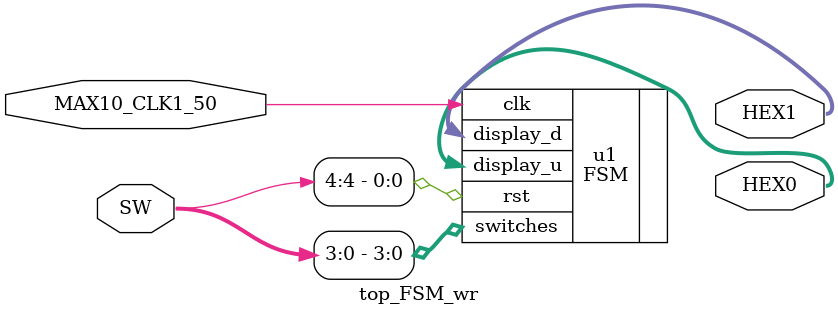
<source format=v>
module top_FSM_wr (
	input MAX10_CLK1_50,
	input [4:0] SW,
	//output [9:0] LEDR,
	output [0:6] HEX0,HEX1
);
	
FSM u1 (
	.clk(MAX10_CLK1_50), .rst(SW[4]), 
	.switches(SW[3:0]),
	//.led_out(LEDR[6:0]),
	.display_u(HEX0),
	.display_d(HEX1)
);

endmodule
</source>
